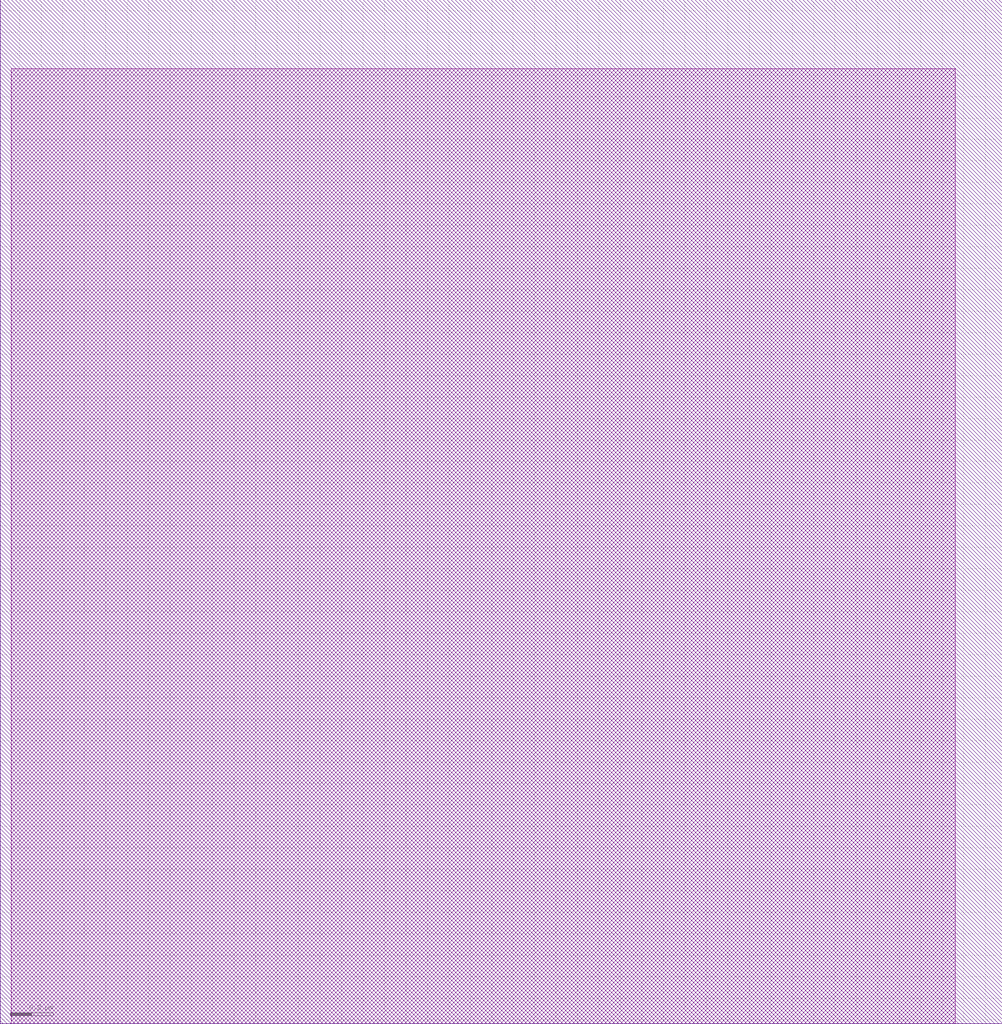
<source format=lef>
VERSION 5.7 ;
  NOWIREEXTENSIONATPIN ON ;
  DIVIDERCHAR "/" ;
  BUSBITCHARS "[]" ;
UNITS
  DATABASE MICRONS 200 ;
END UNITS

LAYER via2
  TYPE CUT ;
END via2

LAYER via
  TYPE CUT ;
END via

LAYER nwell
  TYPE MASTERSLICE ;
END nwell

LAYER via3
  TYPE CUT ;
END via3

LAYER pwell
  TYPE MASTERSLICE ;
END pwell

LAYER via4
  TYPE CUT ;
END via4

LAYER mcon
  TYPE CUT ;
END mcon

LAYER met6
  TYPE ROUTING ;
  WIDTH 0.030000 ;
  SPACING 0.040000 ;
  DIRECTION HORIZONTAL ;
END met6

LAYER met1
  TYPE ROUTING ;
  WIDTH 0.140000 ;
  SPACING 0.140000 ;
  DIRECTION HORIZONTAL ;
END met1

LAYER met3
  TYPE ROUTING ;
  WIDTH 0.300000 ;
  SPACING 0.300000 ;
  DIRECTION HORIZONTAL ;
END met3

LAYER met2
  TYPE ROUTING ;
  WIDTH 0.140000 ;
  SPACING 0.140000 ;
  DIRECTION HORIZONTAL ;
END met2

LAYER met4
  TYPE ROUTING ;
  WIDTH 0.300000 ;
  SPACING 0.300000 ;
  DIRECTION HORIZONTAL ;
END met4

LAYER met5
  TYPE ROUTING ;
  WIDTH 1.600000 ;
  SPACING 1.600000 ;
  DIRECTION HORIZONTAL ;
END met5

LAYER li1
  TYPE ROUTING ;
  WIDTH 0.170000 ;
  SPACING 0.170000 ;
  DIRECTION HORIZONTAL ;
END li1

MACRO sky130_hilas_nFETmirrorPairs2
  CLASS BLOCK ;
  FOREIGN sky130_hilas_nFETmirrorPairs2 ;
  ORIGIN 3.090 1.920 ;
  SIZE 4.670 BY 4.770 ;
  OBS
      LAYER li1 ;
        RECT -3.040 -1.920 1.360 2.530 ;
  END
END sky130_hilas_nFETmirrorPairs2
END LIBRARY


</source>
